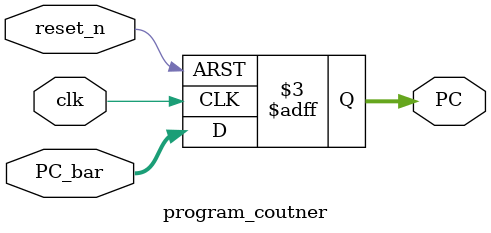
<source format=v>
module program_coutner(
    input clk, reset_n,
    input[31:0] PC_bar,
    output reg[31:0] PC
);
    always @(posedge clk, negedge reset_n)
    begin
        if(!reset_n)
            PC <= 32'b0;
        else
            PC <= PC_bar;
    end
endmodule
</source>
